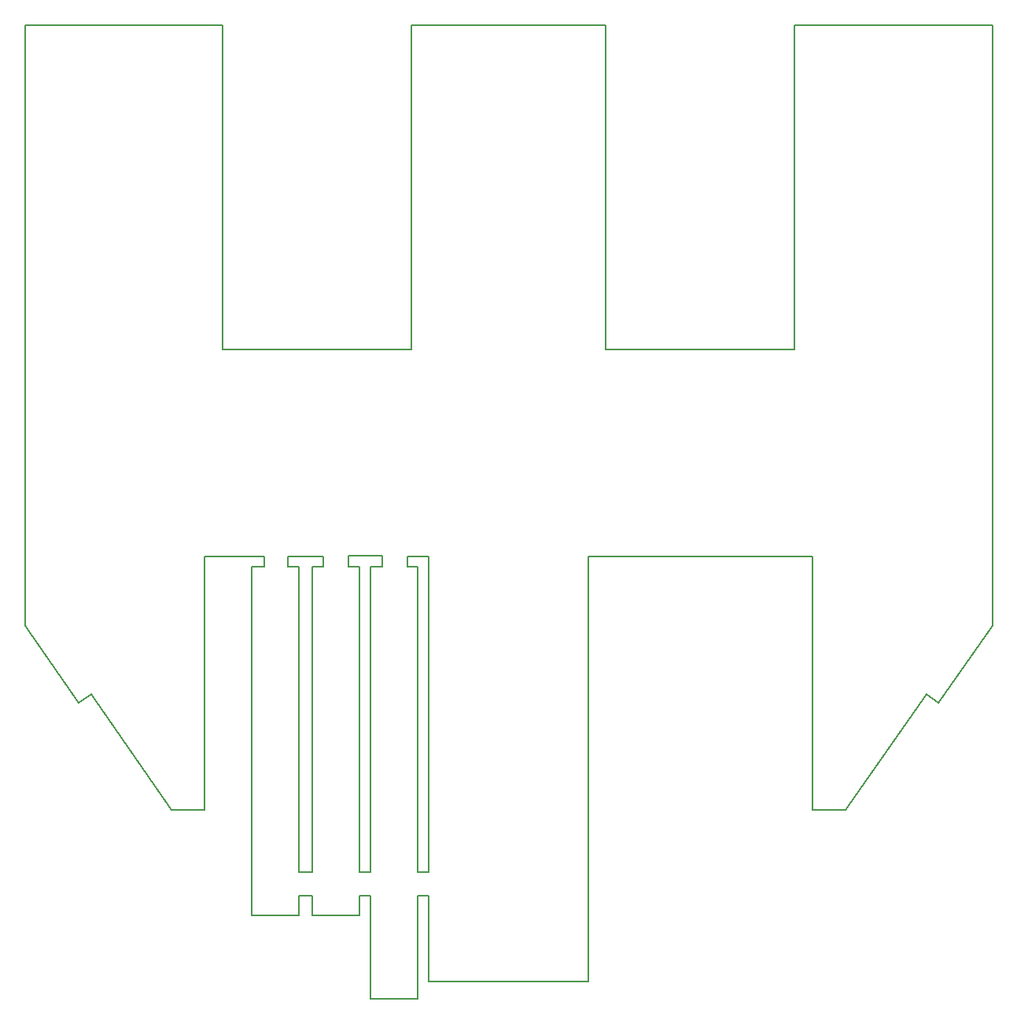
<source format=gm1>
G04 #@! TF.GenerationSoftware,KiCad,Pcbnew,(5.0.0)*
G04 #@! TF.CreationDate,2019-01-07T17:19:25-08:00*
G04 #@! TF.ProjectId,Lights,4C69676874732E6B696361645F706362,rev?*
G04 #@! TF.SameCoordinates,Original*
G04 #@! TF.FileFunction,Profile,NP*
%FSLAX46Y46*%
G04 Gerber Fmt 4.6, Leading zero omitted, Abs format (unit mm)*
G04 Created by KiCad (PCBNEW (5.0.0)) date 01/07/19 17:19:25*
%MOMM*%
%LPD*%
G01*
G04 APERTURE LIST*
%ADD10C,0.150000*%
G04 APERTURE END LIST*
D10*
X30900000Y-93700000D02*
X30890000Y-95760000D01*
X29500000Y-95760000D02*
X29490000Y-93700000D01*
X42280000Y-93700000D02*
X42290000Y-104770000D01*
X43490000Y-102870000D02*
X43500000Y-93700000D01*
X42290000Y-91160000D02*
X43490000Y-91160000D01*
X42290000Y-93700000D02*
X43500000Y-93700000D01*
X37220000Y-93700000D02*
X37200000Y-104770000D01*
X35970000Y-95760000D02*
X35970000Y-93700000D01*
X35970000Y-91160000D02*
X37210000Y-91160000D01*
X35970000Y-93700000D02*
X37210000Y-93700000D01*
X30890000Y-91160000D02*
X29490000Y-91160000D01*
X29490000Y-93700000D02*
X30890000Y-93700000D01*
X41150000Y-58290000D02*
X42290000Y-58290000D01*
X37210000Y-58290000D02*
X38450000Y-58290000D01*
X41150000Y-57150000D02*
X43480000Y-57150000D01*
X34810000Y-57130000D02*
X38450000Y-57130000D01*
X28290000Y-57150000D02*
X32080000Y-57150000D01*
X34810000Y-58300000D02*
X35972000Y-58301000D01*
X28280000Y-58300000D02*
X29489000Y-58301000D01*
X41150000Y-58280000D02*
X41150000Y-57160000D01*
X38450000Y-58290000D02*
X38450000Y-57150000D01*
X34810000Y-58280000D02*
X34810000Y-57140000D01*
X32080000Y-58300000D02*
X32080000Y-57150000D01*
X28290000Y-58280000D02*
X28290000Y-57150000D01*
X25760000Y-58300000D02*
X25760000Y-57150000D01*
X24411000Y-58299000D02*
X25760000Y-58300000D01*
X42291000Y-104775000D02*
X37211000Y-104775000D01*
X42291000Y-58293000D02*
X42290000Y-91160000D01*
X37210000Y-91160000D02*
X37211000Y-58293000D01*
X24411000Y-95764000D02*
X24411000Y-58299000D01*
X29491000Y-95764000D02*
X24411000Y-95764000D01*
X29491000Y-58299000D02*
X29490000Y-91160000D01*
X30888000Y-58299000D02*
X32090000Y-58300000D01*
X30890000Y-91160000D02*
X30888000Y-58299000D01*
X35968000Y-95764000D02*
X30888000Y-95764000D01*
X35968000Y-58299000D02*
X35970000Y-91160000D01*
X21272500Y-34925000D02*
X21272500Y0D01*
X41592500Y-34925000D02*
X21272500Y-34925000D01*
X41592500Y0D02*
X41592500Y-34925000D01*
X62547500Y0D02*
X41592500Y0D01*
X62547500Y-34925000D02*
X62547500Y0D01*
X82867500Y-34925000D02*
X62547500Y-34925000D01*
X82867500Y0D02*
X82867500Y-34925000D01*
X104140000Y0D02*
X82867500Y0D01*
X104140000Y-64625220D02*
X104140000Y0D01*
X98323400Y-72933560D02*
X104140000Y-64625220D01*
X97012760Y-72016620D02*
X98323400Y-72933560D01*
X88328500Y-84416900D02*
X97012760Y-72016620D01*
X84772500Y-84416900D02*
X88328500Y-84416900D01*
X84772500Y-57150000D02*
X84772500Y-84416900D01*
X60642500Y-57150000D02*
X84772500Y-57150000D01*
X60642500Y-102870000D02*
X60642500Y-57150000D01*
X43497500Y-102870000D02*
X60642500Y-102870000D01*
X43497500Y-57150000D02*
X43490000Y-91160000D01*
X19367500Y-57150000D02*
X25760000Y-57150000D01*
X19367500Y-84416900D02*
X19367500Y-57150000D01*
X19367500Y-84416900D02*
X15811500Y-84416900D01*
X7127240Y-72016620D02*
X15811500Y-84416900D01*
X5816600Y-72933560D02*
X7127240Y-72016620D01*
X0Y-64625220D02*
X5816600Y-72933560D01*
X0Y0D02*
X0Y-64625220D01*
X0Y0D02*
X21272500Y0D01*
M02*

</source>
